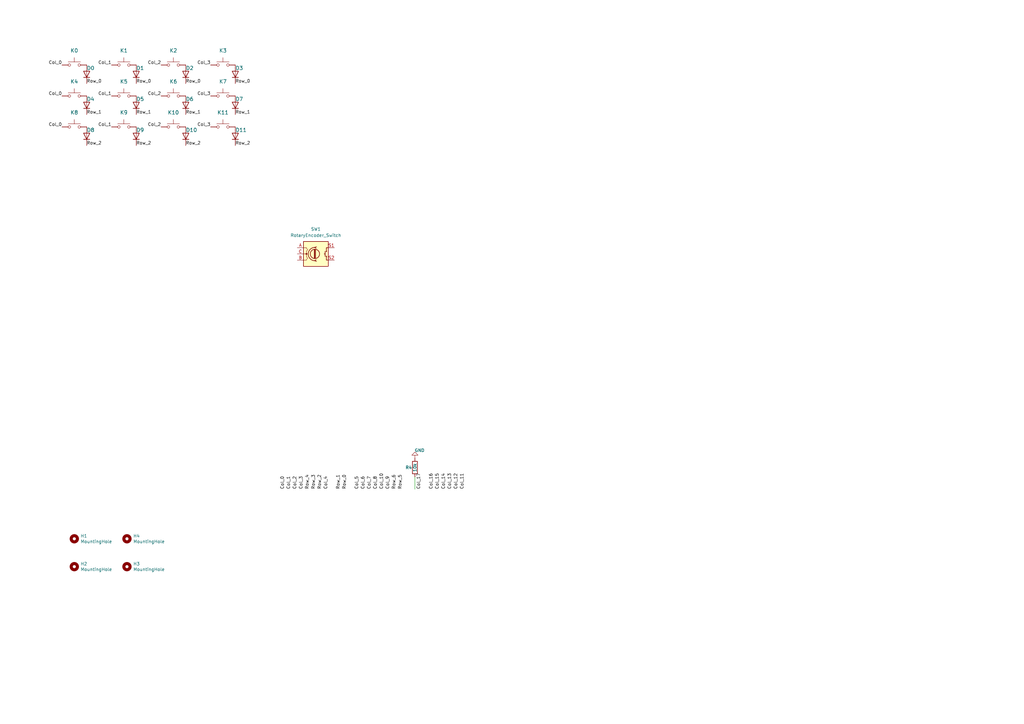
<source format=kicad_sch>
(kicad_sch (version 20230121) (generator eeschema)
  (paper "A3")
  (title_block (date "2024-02-04 17:27") (comment 1 "Author: ") (comment 2 "Generated by klepcbgen.py v0.1"))
  (lib_symbols
    (symbol "Device:D" (pin_numbers hide) (pin_names (offset 1.016) hide)
      (property "Reference" "D" (at 0 2.54 0))
      (property "Value" "D" (at 0 -2.54 0))
      (symbol "D_0_1"
        (polyline (pts (xy -1.27 1.27) (xy -1.27 -1.27)) (stroke (width 0.254)))
        (polyline (pts (xy 1.27 0) (xy -1.27 0)))
        (polyline (pts (xy 1.27 1.27) (xy 1.27 -1.27) (xy -1.27 0) (xy 1.27 1.27)) (stroke (width 0.254)))
      )
      (symbol "D_1_1"
        (pin passive line (at -3.81 0 0) (length 2.54) (name "K") (number "1"))
        (pin passive line (at 3.81 0 180) (length 2.54) (name "A") (number "2"))
      )
    )
    (symbol "Device:R" (pin_numbers hide) (pin_names (offset 0))
      (property "Reference" "R" (at 2.032 0 90))
      (property "Value" "R" (at 0 0 90))
      (symbol "R_0_1"
        (rectangle (start -1.016 -2.54) (end 1.016 2.54) (stroke (width 0.254)))
      )
      (symbol "R_1_1"
        (pin passive line (at 0 3.81 270) (length 1.27) (name "~") (number "1"))
        (pin passive line (at 0 -3.81 90) (length 1.27) (name "~") (number "2"))
      )
    )
    (symbol "Device:RotaryEncoder_Switch" (pin_names (offset 0.254) hide)
      (property "Reference" "SW" (at 0 6.604 0))
      (property "Value" "RotaryEncoder_Switch" (at 0 -6.604 0))
      (symbol "RotaryEncoder_Switch_0_1"
        (rectangle (start -5.08 5.08) (end 5.08 -5.08) (stroke (width 0.254)) (fill (type background)))
        (circle (center -3.81 0) (radius 0.254) (fill (type outline)))
        (circle (center -0.381 0) (radius 1.905) (stroke (width 0.254)))
        (arc (start -0.381 2.667) (mid -3.0988 -0.0635) (end -0.381 -2.794) (stroke (width 0.254)))
        (polyline (pts (xy -0.635 -1.778) (xy -0.635 1.778)) (stroke (width 0.254)))
        (polyline (pts (xy -0.381 -1.778) (xy -0.381 1.778)) (stroke (width 0.254)))
        (polyline (pts (xy -0.127 1.778) (xy -0.127 -1.778)) (stroke (width 0.254)))
        (polyline (pts (xy 3.81 0) (xy 3.429 0)) (stroke (width 0.254)))
        (polyline (pts (xy 3.81 1.016) (xy 3.81 -1.016)) (stroke (width 0.254)))
        (polyline (pts (xy -5.08 -2.54) (xy -3.81 -2.54) (xy -3.81 -2.032)))
        (polyline (pts (xy -5.08 2.54) (xy -3.81 2.54) (xy -3.81 2.032)))
        (polyline (pts (xy 0.254 -3.048) (xy -0.508 -2.794) (xy 0.127 -2.413)) (stroke (width 0.254)))
        (polyline (pts (xy 0.254 2.921) (xy -0.508 2.667) (xy 0.127 2.286)) (stroke (width 0.254)))
        (polyline (pts (xy 5.08 -2.54) (xy 4.318 -2.54) (xy 4.318 -1.016)) (stroke (width 0.254)))
        (polyline (pts (xy 5.08 2.54) (xy 4.318 2.54) (xy 4.318 1.016)) (stroke (width 0.254)))
        (polyline (pts (xy -5.08 0) (xy -3.81 0) (xy -3.81 -1.016) (xy -3.302 -2.032)))
        (polyline (pts (xy -4.318 0) (xy -3.81 0) (xy -3.81 1.016) (xy -3.302 2.032)))
        (circle (center 4.318 -1.016) (radius 0.127) (stroke (width 0.254)))
        (circle (center 4.318 1.016) (radius 0.127) (stroke (width 0.254)))
      )
      (symbol "RotaryEncoder_Switch_1_1"
        (pin passive line (at -7.62 2.54 0) (length 2.54) (name "A") (number "A"))
        (pin passive line (at -7.62 -2.54 0) (length 2.54) (name "B") (number "B"))
        (pin passive line (at -7.62 0 0) (length 2.54) (name "C") (number "C"))
        (pin passive line (at 7.62 2.54 180) (length 2.54) (name "S1") (number "S1"))
        (pin passive line (at 7.62 -2.54 180) (length 2.54) (name "S2") (number "S2"))
      )
    )
    (symbol "Mechanical:MountingHole" (pin_names (offset 1.016))
      (property "Reference" "H" (at 0 5.08 0))
      (property "Value" "MountingHole" (at 0 3.175 0))
      (symbol "MountingHole_0_1"
        (circle (center 0 0) (radius 1.27) (stroke (width 1.27)))
      )
    )
    (symbol "Switch:SW_Push" (pin_numbers hide) (pin_names (offset 1.016) hide)
      (property "Reference" "SW" (at 1.27 2.54 0))
      (property "Value" "SW_Push" (at 0 -1.524 0))
      (symbol "SW_Push_0_1"
        (circle (center -2.032 0) (radius 0.508))
        (polyline (pts (xy 0 1.27) (xy 0 3.048)))
        (polyline (pts (xy 2.54 1.27) (xy -2.54 1.27)))
        (circle (center 2.032 0) (radius 0.508))
        (pin passive line (at -5.08 0 0) (length 2.54) (name "1") (number "1"))
        (pin passive line (at 5.08 0 180) (length 2.54) (name "2") (number "2"))
      )
    )
    (symbol "power:GND" (power) (pin_names (offset 0))
      (property "Value" "GND" (at 0 -3.81 0))
      (symbol "GND_0_1"
        (polyline (pts (xy 0 0) (xy 0 -1.27) (xy 1.27 -1.27) (xy 0 -2.54) (xy -1.27 -1.27) (xy 0 -1.27)))
      )
      (symbol "GND_1_1"
        (pin power_in line (at 0 0 270) (length 0) hide (name "GND") (number "1"))
      )
    )
  )
  (wire (pts (xy 170.18 195.58) (xy 170.18 200.66)))
  (label "Col_13" (at 185.42 200.66 90))
  (label "Row_1" (at 35.56 46.99 0))
  (label "Col_1" (at 45.72 39.37 180))
  (label "Row_1" (at 55.88 46.99 0))
  (label "Col_0" (at 25.4 52.07 180))
  (label "Col_3" (at 124.46 200.66 90))
  (label "Col_14" (at 182.88 200.66 90))
  (label "Col_2" (at 66.04 39.37 180))
  (label "Row_3" (at 129.54 200.66 90))
  (label "Row_0" (at 96.52 34.29 0))
  (label "Row_0" (at 142.24 200.66 90))
  (label "Col_1" (at 45.72 26.67 180))
  (label "Row_2" (at 55.88 59.69 0))
  (label "Col_3" (at 86.36 26.67 180))
  (label "Col_5" (at 147.32 200.66 90))
  (label "Row_1" (at 76.2 46.99 0))
  (label "Col_6" (at 149.86 200.66 90))
  (label "Col_0" (at 25.4 26.67 180))
  (label "Col_2" (at 66.04 26.67 180))
  (label "Row_2" (at 76.2 59.69 0))
  (label "Col_16" (at 177.8 200.66 90))
  (label "Row_2" (at 132.08 200.66 90))
  (label "Row_1" (at 96.52 46.99 0))
  (label "Row_0" (at 76.2 34.29 0))
  (label "Col_17" (at 172.72 200.66 90))
  (label "Col_1" (at 45.72 52.07 180))
  (label "Col_12" (at 187.96 200.66 90))
  (label "Col_0" (at 116.84 200.66 90))
  (label "Row_2" (at 96.52 59.69 0))
  (label "Row_5" (at 165.1 200.66 90))
  (label "Row_0" (at 55.88 34.29 0))
  (label "Col_10" (at 157.48 200.66 90))
  (label "Col_3" (at 86.36 52.07 180))
  (label "Col_0" (at 25.4 39.37 180))
  (label "Col_8" (at 154.94 200.66 90))
  (label "Row_1" (at 139.7 200.66 90))
  (label "Col_1" (at 119.38 200.66 90))
  (label "Row_0" (at 35.56 34.29 0))
  (label "Col_4" (at 134.62 200.66 90))
  (label "Col_7" (at 152.4 200.66 90))
  (label "Row_6" (at 162.56 200.66 90))
  (label "Col_11" (at 190.5 200.66 90))
  (label "Row_4" (at 127 200.66 90))
  (label "Row_2" (at 35.56 59.69 0))
  (label "Col_2" (at 121.92 200.66 90))
  (label "Col_9" (at 160.02 200.66 90))
  (label "Col_2" (at 66.04 52.07 180))
  (label "Col_3" (at 86.36 39.37 180))
  (label "Col_15" (at 180.34 200.66 90))
  (symbol (lib_id "power:GND") (at 170.18 187.96 180) (unit 1)
    (property "Reference" "#PWR0106" (effects hide))
    (property "Value" "GND" (at 170.053 184.7088 0) (effects (justify right)))
  )
  (symbol (lib_id "Mechanical:MountingHole") (at 30.48 232.41 0) (unit 1)
    (property "Reference" "H2" (at 33.02 231.2416 0) (effects (justify left)))
    (property "Value" "MountingHole" (at 33.02 233.553 0) (effects (justify left)))
    (property "Footprint" "MountingHole:MountingHole_3.2mm_M3_DIN965" (effects hide))
  )
  (symbol (lib_id "Mechanical:MountingHole") (at 30.48 220.98 0) (unit 1)
    (property "Reference" "H1" (at 33.02 219.8116 0) (effects (justify left)))
    (property "Value" "MountingHole" (at 33.02 222.123 0) (effects (justify left)))
    (property "Footprint" "MountingHole:MountingHole_3.2mm_M3_DIN965" (effects hide))
  )
  (symbol (lib_id "Mechanical:MountingHole") (at 52.07 220.98 0) (unit 1)
    (property "Reference" "H4" (at 54.61 219.8116 0) (effects (justify left)))
    (property "Value" "MountingHole" (at 54.61 222.123 0) (effects (justify left)))
    (property "Footprint" "MountingHole:MountingHole_3.2mm_M3_DIN965" (effects hide))
  )
  (symbol (lib_id "Mechanical:MountingHole") (at 52.07 232.41 0) (unit 1)
    (property "Reference" "H3" (at 54.61 231.2416 0) (effects (justify left)))
    (property "Value" "MountingHole" (at 54.61 233.553 0) (effects (justify left)))
    (property "Footprint" "MountingHole:MountingHole_3.2mm_M3_DIN965" (effects hide))
  )
  (symbol (lib_id "Device:R") (at 170.18 191.77 0) (unit 1)
    (property "Reference" "R4" (at 167.64 191.77 0))
    (property "Value" "10k" (at 170.18 191.77 90))
    (property "Footprint" "Resistor_SMD:R_0805_2012Metric_Pad1.15x1.40mm_HandSolder" (effects hide))
  )
  (symbol (lib_id "Switch:SW_Push") (at 71.12 52.07 0) (unit 1)
    (property "Reference" "K10" (at 71.12 46.1518 0) (effects (font (size 1.524 1.524))))
    (property "Value" "Blank" (effects hide))
    (property "Footprint" "Button_Switch_Keyboard:SW_Cherry_MX_1.00u_PCB" (effects hide))
  )
  (symbol (lib_id "Device:RotaryEncoder_Switch") (at 129.54 104.14 0) (unit 1)
    (property "Reference" "SW1" (at 129.54 93.98 0))
    (property "Value" "RotaryEncoder_Switch" (at 129.54 96.52 0))
  )
  (symbol (lib_id "Device:D") (at 55.88 30.48 90) (unit 1)
    (property "Reference" "D1" (at 55.88 27.94 90) (effects (font (size 1.524 1.524)) (justify right)))
    (property "Value" "D" (effects hide))
    (property "Footprint" "Diode_SMD:D_0805_2012Metric_Pad1.15x1.40mm_HandSolder" (effects hide))
  )
  (symbol (lib_id "Device:D") (at 55.88 55.88 90) (unit 1)
    (property "Reference" "D9" (at 55.88 53.34 90) (effects (font (size 1.524 1.524)) (justify right)))
    (property "Value" "D" (effects hide))
    (property "Footprint" "Diode_SMD:D_0805_2012Metric_Pad1.15x1.40mm_HandSolder" (effects hide))
  )
  (symbol (lib_id "Switch:SW_Push") (at 50.8 52.07 0) (unit 1)
    (property "Reference" "K9" (at 50.8 46.1518 0) (effects (font (size 1.524 1.524))))
    (property "Value" "Blank" (effects hide))
    (property "Footprint" "Button_Switch_Keyboard:SW_Cherry_MX_1.00u_PCB" (effects hide))
  )
  (symbol (lib_id "Device:D") (at 96.52 43.18 90) (unit 1)
    (property "Reference" "D7" (at 96.52 40.64 90) (effects (font (size 1.524 1.524)) (justify right)))
    (property "Value" "D" (effects hide))
    (property "Footprint" "Diode_SMD:D_0805_2012Metric_Pad1.15x1.40mm_HandSolder" (effects hide))
  )
  (symbol (lib_id "Device:D") (at 96.52 55.88 90) (unit 1)
    (property "Reference" "D11" (at 96.52 53.34 90) (effects (font (size 1.524 1.524)) (justify right)))
    (property "Value" "D" (effects hide))
    (property "Footprint" "Diode_SMD:D_0805_2012Metric_Pad1.15x1.40mm_HandSolder" (effects hide))
  )
  (symbol (lib_id "Switch:SW_Push") (at 30.48 39.37 0) (unit 1)
    (property "Reference" "K4" (at 30.48 33.4518 0) (effects (font (size 1.524 1.524))))
    (property "Value" "Blank" (effects hide))
    (property "Footprint" "Button_Switch_Keyboard:SW_Cherry_MX_1.00u_PCB" (effects hide))
  )
  (symbol (lib_id "Switch:SW_Push") (at 91.44 39.37 0) (unit 1)
    (property "Reference" "K7" (at 91.44 33.4518 0) (effects (font (size 1.524 1.524))))
    (property "Value" "Blank" (effects hide))
    (property "Footprint" "Button_Switch_Keyboard:SW_Cherry_MX_1.00u_PCB" (effects hide))
  )
  (symbol (lib_id "Switch:SW_Push") (at 50.8 39.37 0) (unit 1)
    (property "Reference" "K5" (at 50.8 33.4518 0) (effects (font (size 1.524 1.524))))
    (property "Value" "Blank" (effects hide))
    (property "Footprint" "Button_Switch_Keyboard:SW_Cherry_MX_1.00u_PCB" (effects hide))
  )
  (symbol (lib_id "Switch:SW_Push") (at 50.8 26.67 0) (unit 1)
    (property "Reference" "K1" (at 50.8 20.7518 0) (effects (font (size 1.524 1.524))))
    (property "Value" "Blank" (effects hide))
    (property "Footprint" "Button_Switch_Keyboard:SW_Cherry_MX_1.00u_PCB" (effects hide))
  )
  (symbol (lib_id "Switch:SW_Push") (at 91.44 26.67 0) (unit 1)
    (property "Reference" "K3" (at 91.44 20.7518 0) (effects (font (size 1.524 1.524))))
    (property "Value" "Blank" (effects hide))
    (property "Footprint" "Button_Switch_Keyboard:SW_Cherry_MX_1.00u_PCB" (effects hide))
  )
  (symbol (lib_id "Device:D") (at 35.56 30.48 90) (unit 1)
    (property "Reference" "D0" (at 35.56 27.94 90) (effects (font (size 1.524 1.524)) (justify right)))
    (property "Value" "D" (effects hide))
    (property "Footprint" "Diode_SMD:D_0805_2012Metric_Pad1.15x1.40mm_HandSolder" (effects hide))
  )
  (symbol (lib_id "Switch:SW_Push") (at 91.44 52.07 0) (unit 1)
    (property "Reference" "K11" (at 91.44 46.1518 0) (effects (font (size 1.524 1.524))))
    (property "Value" "Blank" (effects hide))
    (property "Footprint" "Button_Switch_Keyboard:SW_Cherry_MX_1.00u_PCB" (effects hide))
  )
  (symbol (lib_id "Device:D") (at 76.2 30.48 90) (unit 1)
    (property "Reference" "D2" (at 76.2 27.94 90) (effects (font (size 1.524 1.524)) (justify right)))
    (property "Value" "D" (effects hide))
    (property "Footprint" "Diode_SMD:D_0805_2012Metric_Pad1.15x1.40mm_HandSolder" (effects hide))
  )
  (symbol (lib_id "Switch:SW_Push") (at 71.12 39.37 0) (unit 1)
    (property "Reference" "K6" (at 71.12 33.4518 0) (effects (font (size 1.524 1.524))))
    (property "Value" "Blank" (effects hide))
    (property "Footprint" "Button_Switch_Keyboard:SW_Cherry_MX_1.00u_PCB" (effects hide))
  )
  (symbol (lib_id "Switch:SW_Push") (at 30.48 26.67 0) (unit 1)
    (property "Reference" "K0" (at 30.48 20.7518 0) (effects (font (size 1.524 1.524))))
    (property "Value" "Blank" (effects hide))
    (property "Footprint" "Button_Switch_Keyboard:SW_Cherry_MX_1.00u_PCB" (effects hide))
  )
  (symbol (lib_id "Switch:SW_Push") (at 30.48 52.07 0) (unit 1)
    (property "Reference" "K8" (at 30.48 46.1518 0) (effects (font (size 1.524 1.524))))
    (property "Value" "Blank" (effects hide))
    (property "Footprint" "Button_Switch_Keyboard:SW_Cherry_MX_1.00u_PCB" (effects hide))
  )
  (symbol (lib_id "Device:D") (at 96.52 30.48 90) (unit 1)
    (property "Reference" "D3" (at 96.52 27.94 90) (effects (font (size 1.524 1.524)) (justify right)))
    (property "Value" "D" (effects hide))
    (property "Footprint" "Diode_SMD:D_0805_2012Metric_Pad1.15x1.40mm_HandSolder" (effects hide))
  )
  (symbol (lib_id "Device:D") (at 35.56 55.88 90) (unit 1)
    (property "Reference" "D8" (at 35.56 53.34 90) (effects (font (size 1.524 1.524)) (justify right)))
    (property "Value" "D" (effects hide))
    (property "Footprint" "Diode_SMD:D_0805_2012Metric_Pad1.15x1.40mm_HandSolder" (effects hide))
  )
  (symbol (lib_id "Device:D") (at 76.2 43.18 90) (unit 1)
    (property "Reference" "D6" (at 76.2 40.64 90) (effects (font (size 1.524 1.524)) (justify right)))
    (property "Value" "D" (effects hide))
    (property "Footprint" "Diode_SMD:D_0805_2012Metric_Pad1.15x1.40mm_HandSolder" (effects hide))
  )
  (symbol (lib_id "Switch:SW_Push") (at 71.12 26.67 0) (unit 1)
    (property "Reference" "K2" (at 71.12 20.7518 0) (effects (font (size 1.524 1.524))))
    (property "Value" "Blank" (effects hide))
    (property "Footprint" "Button_Switch_Keyboard:SW_Cherry_MX_1.00u_PCB" (effects hide))
  )
  (symbol (lib_id "Device:D") (at 55.88 43.18 90) (unit 1)
    (property "Reference" "D5" (at 55.88 40.64 90) (effects (font (size 1.524 1.524)) (justify right)))
    (property "Value" "D" (effects hide))
    (property "Footprint" "Diode_SMD:D_0805_2012Metric_Pad1.15x1.40mm_HandSolder" (effects hide))
  )
  (symbol (lib_id "Device:D") (at 35.56 43.18 90) (unit 1)
    (property "Reference" "D4" (at 35.56 40.64 90) (effects (font (size 1.524 1.524)) (justify right)))
    (property "Value" "D" (effects hide))
    (property "Footprint" "Diode_SMD:D_0805_2012Metric_Pad1.15x1.40mm_HandSolder" (effects hide))
  )
  (symbol (lib_id "Device:D") (at 76.2 55.88 90) (unit 1)
    (property "Reference" "D10" (at 76.2 53.34 90) (effects (font (size 1.524 1.524)) (justify right)))
    (property "Value" "D" (effects hide))
    (property "Footprint" "Diode_SMD:D_0805_2012Metric_Pad1.15x1.40mm_HandSolder" (effects hide))
  )
)
</source>
